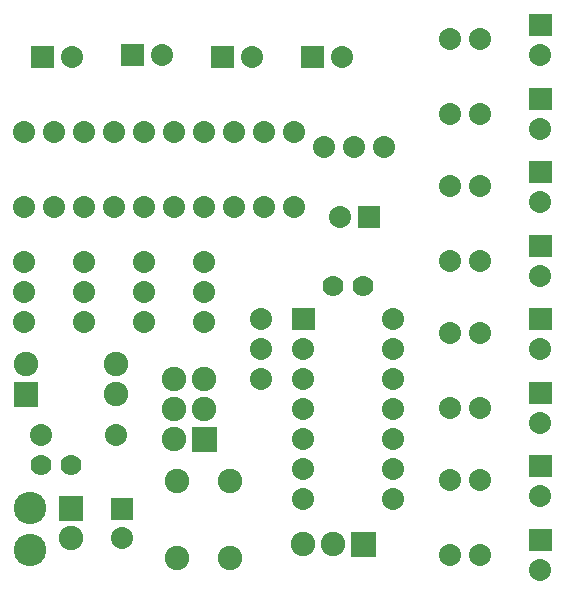
<source format=gbr>
G04 start of page 7 for group -4062 idx -4062 *
G04 Title: Zab-Let V2, soldermask *
G04 Creator: pcb 20110918 *
G04 CreationDate: Fri 21 Dec 2012 01:58:23 PM GMT UTC *
G04 For: bertho *
G04 Format: Gerber/RS-274X *
G04 PCB-Dimensions: 325000 225000 *
G04 PCB-Coordinate-Origin: lower left *
%MOIN*%
%FSLAX25Y25*%
%LNBOTTOMMASK*%
%ADD47C,0.1084*%
%ADD46C,0.0814*%
%ADD45C,0.0735*%
%ADD44C,0.0001*%
%ADD43C,0.0700*%
G54D43*X37500Y61000D03*
G54D44*G36*
X50825Y50096D02*Y42746D01*
X58175D01*
Y50096D01*
X50825D01*
G37*
G54D45*X54500Y36579D03*
G54D44*G36*
X33432Y50568D02*Y42432D01*
X41568D01*
Y50568D01*
X33432D01*
G37*
G54D46*X37500Y36500D03*
G54D44*G36*
X190325Y88675D02*Y81325D01*
X197675D01*
Y88675D01*
X190325D01*
G37*
G54D45*X194000Y75000D03*
G54D44*G36*
X190325Y113175D02*Y105825D01*
X197675D01*
Y113175D01*
X190325D01*
G37*
G54D45*X194000Y99500D03*
G54D44*G36*
X190325Y137675D02*Y130325D01*
X197675D01*
Y137675D01*
X190325D01*
G37*
G54D45*X194000Y124000D03*
G54D44*G36*
X190325Y162175D02*Y154825D01*
X197675D01*
Y162175D01*
X190325D01*
G37*
G54D45*X194000Y148500D03*
G54D44*G36*
X190325Y39675D02*Y32325D01*
X197675D01*
Y39675D01*
X190325D01*
G37*
G54D45*X194000Y26000D03*
G54D44*G36*
X190325Y64175D02*Y56825D01*
X197675D01*
Y64175D01*
X190325D01*
G37*
G54D45*X194000Y50500D03*
G54D44*G36*
X190325Y186675D02*Y179325D01*
X197675D01*
Y186675D01*
X190325D01*
G37*
G54D45*X194000Y173000D03*
G54D44*G36*
X190325Y211175D02*Y203825D01*
X197675D01*
Y211175D01*
X190325D01*
G37*
G54D45*X194000Y197500D03*
X164000Y178000D03*
X174000D03*
X164000Y154000D03*
X174000D03*
X164000Y203000D03*
X174000D03*
X82000Y108500D03*
Y118500D03*
Y128500D03*
X62000Y108500D03*
Y118500D03*
Y128500D03*
X102000Y147000D03*
X92000D03*
X72000D03*
X82000D03*
X62000D03*
X112000D03*
G54D43*X125000Y120500D03*
X135000D03*
G54D44*G36*
X133246Y147175D02*Y139825D01*
X140596D01*
Y147175D01*
X133246D01*
G37*
G54D45*X127079Y143500D03*
G54D46*X90500Y55500D03*
G54D45*X101000Y89500D03*
Y99500D03*
Y109500D03*
G54D46*X72800Y55500D03*
X90500Y29900D03*
X72800D03*
G54D44*G36*
X111325Y113175D02*Y105825D01*
X118675D01*
Y113175D01*
X111325D01*
G37*
G54D45*X115000Y99500D03*
Y89500D03*
Y79500D03*
Y69500D03*
G54D44*G36*
X130932Y38568D02*Y30432D01*
X139068D01*
Y38568D01*
X130932D01*
G37*
G54D45*X145000Y49500D03*
Y59500D03*
G54D46*X125000Y34500D03*
X115000D03*
G54D45*Y59500D03*
Y49500D03*
X145000Y69500D03*
Y79500D03*
Y89500D03*
Y99500D03*
Y109500D03*
X164000Y105000D03*
X174000D03*
X164000Y129000D03*
X174000D03*
X164000Y31000D03*
Y56000D03*
X174000Y31000D03*
Y56000D03*
X164000Y80000D03*
X174000D03*
X27500Y71000D03*
G54D44*G36*
X18432Y88568D02*Y80432D01*
X26568D01*
Y88568D01*
X18432D01*
G37*
G54D46*X22500Y94500D03*
G54D45*X52500Y71000D03*
G54D46*Y84500D03*
Y94500D03*
G54D45*X52000Y147000D03*
G54D43*X27500Y61000D03*
G54D47*X24000Y46500D03*
Y32500D03*
G54D44*G36*
X77932Y73568D02*Y65432D01*
X86068D01*
Y73568D01*
X77932D01*
G37*
G54D46*X72000Y69500D03*
X82000Y79500D03*
X72000D03*
X82000Y89500D03*
X72000D03*
G54D45*X42000Y108500D03*
X22000D03*
Y118500D03*
Y128500D03*
X42000Y118500D03*
Y128500D03*
X32000Y147000D03*
X42000D03*
X22000D03*
G54D44*G36*
X54325Y201175D02*Y193825D01*
X61675D01*
Y201175D01*
X54325D01*
G37*
G54D45*X68000Y197500D03*
G54D44*G36*
X24325Y200675D02*Y193325D01*
X31675D01*
Y200675D01*
X24325D01*
G37*
G54D45*X38000Y197000D03*
G54D44*G36*
X114325Y200675D02*Y193325D01*
X121675D01*
Y200675D01*
X114325D01*
G37*
G54D45*X128000Y197000D03*
G54D44*G36*
X84325Y200675D02*Y193325D01*
X91675D01*
Y200675D01*
X84325D01*
G37*
G54D45*X98000Y197000D03*
X142000Y167000D03*
X132000D03*
X122000D03*
X112000Y172000D03*
X102000D03*
X92000D03*
X72000D03*
X82000D03*
X62000D03*
X52000D03*
X42000D03*
X32000D03*
X22000D03*
M02*

</source>
